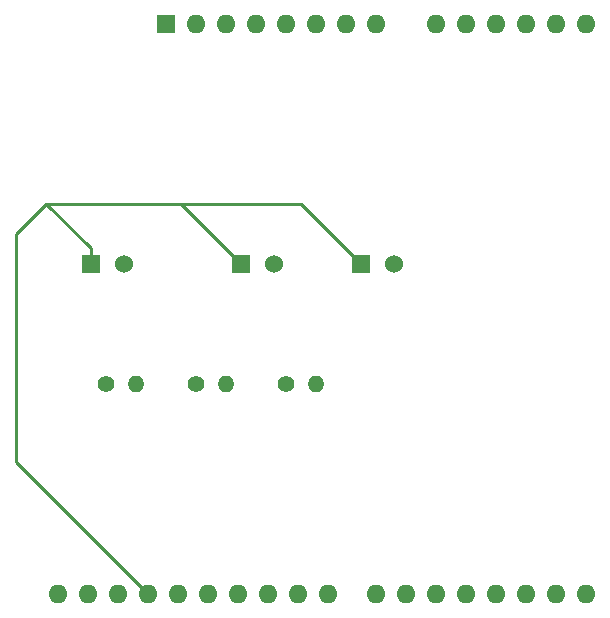
<source format=gbr>
%TF.GenerationSoftware,KiCad,Pcbnew,(6.0.7)*%
%TF.CreationDate,2022-08-16T17:30:29+09:00*%
%TF.ProjectId,uno_shield,756e6f5f-7368-4696-956c-642e6b696361,rev?*%
%TF.SameCoordinates,Original*%
%TF.FileFunction,Copper,L2,Bot*%
%TF.FilePolarity,Positive*%
%FSLAX46Y46*%
G04 Gerber Fmt 4.6, Leading zero omitted, Abs format (unit mm)*
G04 Created by KiCad (PCBNEW (6.0.7)) date 2022-08-16 17:30:29*
%MOMM*%
%LPD*%
G01*
G04 APERTURE LIST*
%TA.AperFunction,ComponentPad*%
%ADD10R,1.600000X1.600000*%
%TD*%
%TA.AperFunction,ComponentPad*%
%ADD11O,1.600000X1.600000*%
%TD*%
%TA.AperFunction,ComponentPad*%
%ADD12C,1.400000*%
%TD*%
%TA.AperFunction,ComponentPad*%
%ADD13O,1.400000X1.400000*%
%TD*%
%TA.AperFunction,ComponentPad*%
%ADD14R,1.524000X1.524000*%
%TD*%
%TA.AperFunction,ComponentPad*%
%ADD15C,1.524000*%
%TD*%
%TA.AperFunction,Conductor*%
%ADD16C,0.250000*%
%TD*%
G04 APERTURE END LIST*
D10*
%TO.P,A1,1,NC*%
%TO.N,unconnected-(A1-Pad1)*%
X139700000Y-76200000D03*
D11*
%TO.P,A1,2,IOREF*%
%TO.N,unconnected-(A1-Pad2)*%
X142240000Y-76200000D03*
%TO.P,A1,3,~{RESET}*%
%TO.N,unconnected-(A1-Pad3)*%
X144780000Y-76200000D03*
%TO.P,A1,4,3V3*%
%TO.N,unconnected-(A1-Pad4)*%
X147320000Y-76200000D03*
%TO.P,A1,5,+5V*%
%TO.N,unconnected-(A1-Pad5)*%
X149860000Y-76200000D03*
%TO.P,A1,6,GND*%
%TO.N,unconnected-(A1-Pad6)*%
X152400000Y-76200000D03*
%TO.P,A1,7,GND*%
%TO.N,unconnected-(A1-Pad7)*%
X154940000Y-76200000D03*
%TO.P,A1,8,VIN*%
%TO.N,unconnected-(A1-Pad8)*%
X157480000Y-76200000D03*
%TO.P,A1,9,A0*%
%TO.N,unconnected-(A1-Pad9)*%
X162560000Y-76200000D03*
%TO.P,A1,10,A1*%
%TO.N,unconnected-(A1-Pad10)*%
X165100000Y-76200000D03*
%TO.P,A1,11,A2*%
%TO.N,unconnected-(A1-Pad11)*%
X167640000Y-76200000D03*
%TO.P,A1,12,A3*%
%TO.N,unconnected-(A1-Pad12)*%
X170180000Y-76200000D03*
%TO.P,A1,13,SDA/A4*%
%TO.N,unconnected-(A1-Pad13)*%
X172720000Y-76200000D03*
%TO.P,A1,14,SCL/A5*%
%TO.N,unconnected-(A1-Pad14)*%
X175260000Y-76200000D03*
%TO.P,A1,15,D0/RX*%
%TO.N,unconnected-(A1-Pad15)*%
X175260000Y-124460000D03*
%TO.P,A1,16,D1/TX*%
%TO.N,unconnected-(A1-Pad16)*%
X172720000Y-124460000D03*
%TO.P,A1,17,D2*%
%TO.N,unconnected-(A1-Pad17)*%
X170180000Y-124460000D03*
%TO.P,A1,18,D3*%
%TO.N,unconnected-(A1-Pad18)*%
X167640000Y-124460000D03*
%TO.P,A1,19,D4*%
%TO.N,unconnected-(A1-Pad19)*%
X165100000Y-124460000D03*
%TO.P,A1,20,D5*%
%TO.N,unconnected-(A1-Pad20)*%
X162560000Y-124460000D03*
%TO.P,A1,21,D6*%
%TO.N,unconnected-(A1-Pad21)*%
X160020000Y-124460000D03*
%TO.P,A1,22,D7*%
%TO.N,unconnected-(A1-Pad22)*%
X157480000Y-124460000D03*
%TO.P,A1,23,D8*%
%TO.N,unconnected-(A1-Pad23)*%
X153420000Y-124460000D03*
%TO.P,A1,24,D9*%
%TO.N,unconnected-(A1-Pad24)*%
X150880000Y-124460000D03*
%TO.P,A1,25,D10*%
%TO.N,Net-(A1-Pad25)*%
X148340000Y-124460000D03*
%TO.P,A1,26,D11*%
%TO.N,Net-(A1-Pad26)*%
X145800000Y-124460000D03*
%TO.P,A1,27,D12*%
%TO.N,Net-(A1-Pad27)*%
X143260000Y-124460000D03*
%TO.P,A1,28,D13*%
%TO.N,unconnected-(A1-Pad28)*%
X140720000Y-124460000D03*
%TO.P,A1,29,GND*%
%TO.N,GND*%
X138180000Y-124460000D03*
%TO.P,A1,30,AREF*%
%TO.N,unconnected-(A1-Pad30)*%
X135640000Y-124460000D03*
%TO.P,A1,31,SDA/A4*%
%TO.N,unconnected-(A1-Pad31)*%
X133100000Y-124460000D03*
%TO.P,A1,32,SCL/A5*%
%TO.N,unconnected-(A1-Pad32)*%
X130560000Y-124460000D03*
%TD*%
D12*
%TO.P,R3,1*%
%TO.N,Net-(A1-Pad27)*%
X134620000Y-106680000D03*
D13*
%TO.P,R3,2*%
%TO.N,Net-(D3-Pad2)*%
X137160000Y-106680000D03*
%TD*%
D12*
%TO.P,R2,1*%
%TO.N,Net-(A1-Pad26)*%
X142240000Y-106680000D03*
D13*
%TO.P,R2,2*%
%TO.N,Net-(D2-Pad2)*%
X144780000Y-106680000D03*
%TD*%
D12*
%TO.P,R1,1*%
%TO.N,Net-(A1-Pad25)*%
X149860000Y-106680000D03*
D13*
%TO.P,R1,2*%
%TO.N,Net-(D1-Pad2)*%
X152400000Y-106680000D03*
%TD*%
D14*
%TO.P,D3,1*%
%TO.N,GND*%
X133320000Y-96520000D03*
D15*
%TO.P,D3,2*%
%TO.N,Net-(D3-Pad2)*%
X136120000Y-96520000D03*
%TD*%
D14*
%TO.P,D2,1*%
%TO.N,GND*%
X146020000Y-96520000D03*
D15*
%TO.P,D2,2*%
%TO.N,Net-(D2-Pad2)*%
X148820000Y-96520000D03*
%TD*%
D14*
%TO.P,D1,1*%
%TO.N,GND*%
X156180000Y-96520000D03*
D15*
%TO.P,D1,2*%
%TO.N,Net-(D1-Pad2)*%
X158980000Y-96520000D03*
%TD*%
D16*
%TO.N,GND*%
X133320000Y-95220000D02*
X129540000Y-91440000D01*
X127000000Y-113280000D02*
X138180000Y-124460000D01*
X127000000Y-93980000D02*
X127000000Y-113280000D01*
X129540000Y-91440000D02*
X127000000Y-93980000D01*
X140940000Y-91440000D02*
X129540000Y-91440000D01*
X151100000Y-91440000D02*
X156180000Y-96520000D01*
X140940000Y-91440000D02*
X151100000Y-91440000D01*
X140940000Y-91440000D02*
X146020000Y-96520000D01*
X133320000Y-96520000D02*
X133320000Y-95220000D01*
%TD*%
M02*

</source>
